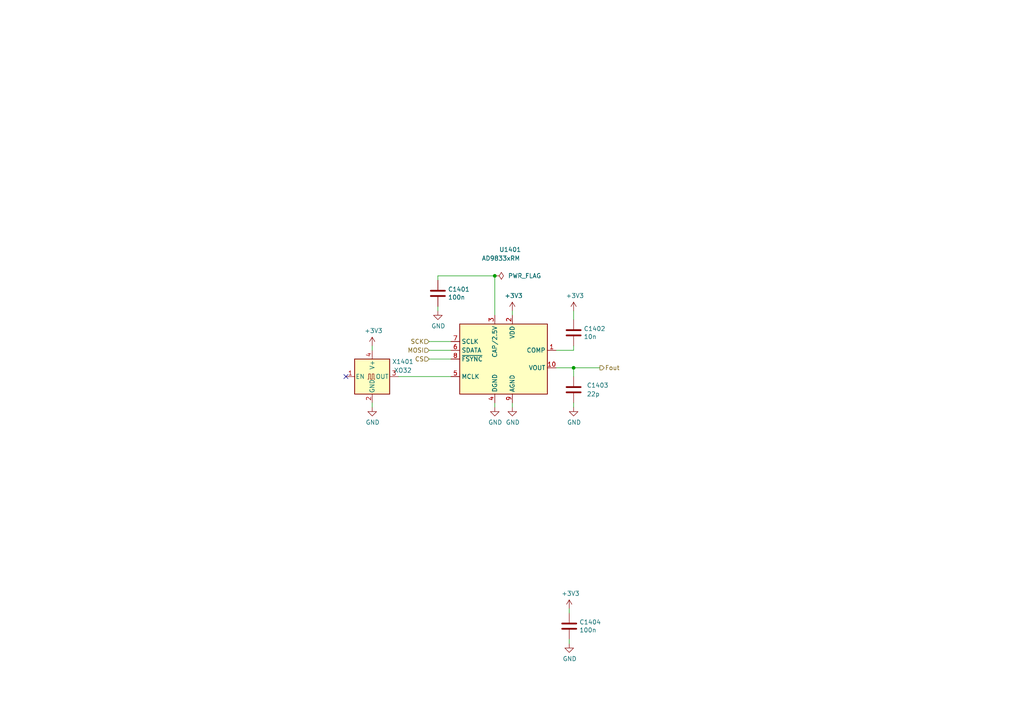
<source format=kicad_sch>
(kicad_sch (version 20211123) (generator eeschema)

  (uuid ec13b96e-bc69-4de2-80ef-a515cc44afb5)

  (paper "A4")

  (lib_symbols
    (symbol "Device:C" (pin_numbers hide) (pin_names (offset 0.254)) (in_bom yes) (on_board yes)
      (property "Reference" "C" (id 0) (at 0.635 2.54 0)
        (effects (font (size 1.27 1.27)) (justify left))
      )
      (property "Value" "C" (id 1) (at 0.635 -2.54 0)
        (effects (font (size 1.27 1.27)) (justify left))
      )
      (property "Footprint" "" (id 2) (at 0.9652 -3.81 0)
        (effects (font (size 1.27 1.27)) hide)
      )
      (property "Datasheet" "~" (id 3) (at 0 0 0)
        (effects (font (size 1.27 1.27)) hide)
      )
      (property "ki_keywords" "cap capacitor" (id 4) (at 0 0 0)
        (effects (font (size 1.27 1.27)) hide)
      )
      (property "ki_description" "Unpolarized capacitor" (id 5) (at 0 0 0)
        (effects (font (size 1.27 1.27)) hide)
      )
      (property "ki_fp_filters" "C_*" (id 6) (at 0 0 0)
        (effects (font (size 1.27 1.27)) hide)
      )
      (symbol "C_0_1"
        (polyline
          (pts
            (xy -2.032 -0.762)
            (xy 2.032 -0.762)
          )
          (stroke (width 0.508) (type default) (color 0 0 0 0))
          (fill (type none))
        )
        (polyline
          (pts
            (xy -2.032 0.762)
            (xy 2.032 0.762)
          )
          (stroke (width 0.508) (type default) (color 0 0 0 0))
          (fill (type none))
        )
      )
      (symbol "C_1_1"
        (pin passive line (at 0 3.81 270) (length 2.794)
          (name "~" (effects (font (size 1.27 1.27))))
          (number "1" (effects (font (size 1.27 1.27))))
        )
        (pin passive line (at 0 -3.81 90) (length 2.794)
          (name "~" (effects (font (size 1.27 1.27))))
          (number "2" (effects (font (size 1.27 1.27))))
        )
      )
    )
    (symbol "Interface:AD9833xRM" (in_bom yes) (on_board yes)
      (property "Reference" "U" (id 0) (at -12.7 11.43 0)
        (effects (font (size 1.27 1.27)) (justify left))
      )
      (property "Value" "AD9833xRM" (id 1) (at 5.08 11.43 0)
        (effects (font (size 1.27 1.27)) (justify left))
      )
      (property "Footprint" "Package_SO:MSOP-10_3x3mm_P0.5mm" (id 2) (at 0 -15.24 0)
        (effects (font (size 1.27 1.27)) hide)
      )
      (property "Datasheet" "https://www.analog.com/media/en/technical-documentation/data-sheets/ad9833.pdf" (id 3) (at -1.27 7.62 0)
        (effects (font (size 1.27 1.27)) hide)
      )
      (property "ki_keywords" "Direct Digital Synthesizer DDS" (id 4) (at 0 0 0)
        (effects (font (size 1.27 1.27)) hide)
      )
      (property "ki_description" "10 bit 25 MHz Programmable Waveform Generator, 2.3V to 5.5V, 12.65mW, MSOP-10" (id 5) (at 0 0 0)
        (effects (font (size 1.27 1.27)) hide)
      )
      (property "ki_fp_filters" "MSOP*3x3mm*P0.5mm*" (id 6) (at 0 0 0)
        (effects (font (size 1.27 1.27)) hide)
      )
      (symbol "AD9833xRM_0_1"
        (rectangle (start -12.7 10.16) (end 12.7 -10.16)
          (stroke (width 0.254) (type default) (color 0 0 0 0))
          (fill (type background))
        )
      )
      (symbol "AD9833xRM_1_1"
        (pin passive line (at 15.24 2.54 180) (length 2.54)
          (name "COMP" (effects (font (size 1.27 1.27))))
          (number "1" (effects (font (size 1.27 1.27))))
        )
        (pin output line (at 15.24 -2.54 180) (length 2.54)
          (name "VOUT" (effects (font (size 1.27 1.27))))
          (number "10" (effects (font (size 1.27 1.27))))
        )
        (pin power_in line (at 2.54 12.7 270) (length 2.54)
          (name "VDD" (effects (font (size 1.27 1.27))))
          (number "2" (effects (font (size 1.27 1.27))))
        )
        (pin power_in line (at -2.54 12.7 270) (length 2.54)
          (name "CAP/2.5V" (effects (font (size 1.27 1.27))))
          (number "3" (effects (font (size 1.27 1.27))))
        )
        (pin power_in line (at -2.54 -12.7 90) (length 2.54)
          (name "DGND" (effects (font (size 1.27 1.27))))
          (number "4" (effects (font (size 1.27 1.27))))
        )
        (pin input line (at -15.24 -5.08 0) (length 2.54)
          (name "MCLK" (effects (font (size 1.27 1.27))))
          (number "5" (effects (font (size 1.27 1.27))))
        )
        (pin input line (at -15.24 2.54 0) (length 2.54)
          (name "SDATA" (effects (font (size 1.27 1.27))))
          (number "6" (effects (font (size 1.27 1.27))))
        )
        (pin input line (at -15.24 5.08 0) (length 2.54)
          (name "SCLK" (effects (font (size 1.27 1.27))))
          (number "7" (effects (font (size 1.27 1.27))))
        )
        (pin input line (at -15.24 0 0) (length 2.54)
          (name "~{FSYNC}" (effects (font (size 1.27 1.27))))
          (number "8" (effects (font (size 1.27 1.27))))
        )
        (pin power_in line (at 2.54 -12.7 90) (length 2.54)
          (name "AGND" (effects (font (size 1.27 1.27))))
          (number "9" (effects (font (size 1.27 1.27))))
        )
      )
    )
    (symbol "Oscillator:XO32" (pin_names (offset 0.254)) (in_bom yes) (on_board yes)
      (property "Reference" "X" (id 0) (at -5.08 6.35 0)
        (effects (font (size 1.27 1.27)) (justify left))
      )
      (property "Value" "XO32" (id 1) (at 1.27 -6.35 0)
        (effects (font (size 1.27 1.27)) (justify left))
      )
      (property "Footprint" "Oscillator:Oscillator_SMD_EuroQuartz_XO32-4Pin_3.2x2.5mm" (id 2) (at 17.78 -8.89 0)
        (effects (font (size 1.27 1.27)) hide)
      )
      (property "Datasheet" "http://cdn-reichelt.de/documents/datenblatt/B400/XO32.pdf" (id 3) (at -2.54 0 0)
        (effects (font (size 1.27 1.27)) hide)
      )
      (property "ki_keywords" "Crystal Clock Oscillator" (id 4) (at 0 0 0)
        (effects (font (size 1.27 1.27)) hide)
      )
      (property "ki_description" "HCMOS Clock Oscillator" (id 5) (at 0 0 0)
        (effects (font (size 1.27 1.27)) hide)
      )
      (property "ki_fp_filters" "Oscillator*SMD*EuroQuartz*XO32*3.2x2.5mm*" (id 6) (at 0 0 0)
        (effects (font (size 1.27 1.27)) hide)
      )
      (symbol "XO32_0_1"
        (rectangle (start -5.08 5.08) (end 5.08 -5.08)
          (stroke (width 0.254) (type default) (color 0 0 0 0))
          (fill (type background))
        )
        (polyline
          (pts
            (xy -1.27 -0.762)
            (xy -1.016 -0.762)
            (xy -1.016 0.762)
            (xy -0.508 0.762)
            (xy -0.508 -0.762)
            (xy 0 -0.762)
            (xy 0 0.762)
            (xy 0.508 0.762)
            (xy 0.508 -0.762)
            (xy 0.762 -0.762)
          )
          (stroke (width 0) (type default) (color 0 0 0 0))
          (fill (type none))
        )
      )
      (symbol "XO32_1_1"
        (pin input line (at -7.62 0 0) (length 2.54)
          (name "EN" (effects (font (size 1.27 1.27))))
          (number "1" (effects (font (size 1.27 1.27))))
        )
        (pin power_in line (at 0 -7.62 90) (length 2.54)
          (name "GND" (effects (font (size 1.27 1.27))))
          (number "2" (effects (font (size 1.27 1.27))))
        )
        (pin output line (at 7.62 0 180) (length 2.54)
          (name "OUT" (effects (font (size 1.27 1.27))))
          (number "3" (effects (font (size 1.27 1.27))))
        )
        (pin power_in line (at 0 7.62 270) (length 2.54)
          (name "V+" (effects (font (size 1.27 1.27))))
          (number "4" (effects (font (size 1.27 1.27))))
        )
      )
    )
    (symbol "power:+3V3" (power) (pin_names (offset 0)) (in_bom yes) (on_board yes)
      (property "Reference" "#PWR" (id 0) (at 0 -3.81 0)
        (effects (font (size 1.27 1.27)) hide)
      )
      (property "Value" "+3V3" (id 1) (at 0 3.556 0)
        (effects (font (size 1.27 1.27)))
      )
      (property "Footprint" "" (id 2) (at 0 0 0)
        (effects (font (size 1.27 1.27)) hide)
      )
      (property "Datasheet" "" (id 3) (at 0 0 0)
        (effects (font (size 1.27 1.27)) hide)
      )
      (property "ki_keywords" "power-flag" (id 4) (at 0 0 0)
        (effects (font (size 1.27 1.27)) hide)
      )
      (property "ki_description" "Power symbol creates a global label with name \"+3V3\"" (id 5) (at 0 0 0)
        (effects (font (size 1.27 1.27)) hide)
      )
      (symbol "+3V3_0_1"
        (polyline
          (pts
            (xy -0.762 1.27)
            (xy 0 2.54)
          )
          (stroke (width 0) (type default) (color 0 0 0 0))
          (fill (type none))
        )
        (polyline
          (pts
            (xy 0 0)
            (xy 0 2.54)
          )
          (stroke (width 0) (type default) (color 0 0 0 0))
          (fill (type none))
        )
        (polyline
          (pts
            (xy 0 2.54)
            (xy 0.762 1.27)
          )
          (stroke (width 0) (type default) (color 0 0 0 0))
          (fill (type none))
        )
      )
      (symbol "+3V3_1_1"
        (pin power_in line (at 0 0 90) (length 0) hide
          (name "+3V3" (effects (font (size 1.27 1.27))))
          (number "1" (effects (font (size 1.27 1.27))))
        )
      )
    )
    (symbol "power:GND" (power) (pin_names (offset 0)) (in_bom yes) (on_board yes)
      (property "Reference" "#PWR" (id 0) (at 0 -6.35 0)
        (effects (font (size 1.27 1.27)) hide)
      )
      (property "Value" "GND" (id 1) (at 0 -3.81 0)
        (effects (font (size 1.27 1.27)))
      )
      (property "Footprint" "" (id 2) (at 0 0 0)
        (effects (font (size 1.27 1.27)) hide)
      )
      (property "Datasheet" "" (id 3) (at 0 0 0)
        (effects (font (size 1.27 1.27)) hide)
      )
      (property "ki_keywords" "power-flag" (id 4) (at 0 0 0)
        (effects (font (size 1.27 1.27)) hide)
      )
      (property "ki_description" "Power symbol creates a global label with name \"GND\" , ground" (id 5) (at 0 0 0)
        (effects (font (size 1.27 1.27)) hide)
      )
      (symbol "GND_0_1"
        (polyline
          (pts
            (xy 0 0)
            (xy 0 -1.27)
            (xy 1.27 -1.27)
            (xy 0 -2.54)
            (xy -1.27 -1.27)
            (xy 0 -1.27)
          )
          (stroke (width 0) (type default) (color 0 0 0 0))
          (fill (type none))
        )
      )
      (symbol "GND_1_1"
        (pin power_in line (at 0 0 270) (length 0) hide
          (name "GND" (effects (font (size 1.27 1.27))))
          (number "1" (effects (font (size 1.27 1.27))))
        )
      )
    )
    (symbol "power:PWR_FLAG" (power) (pin_numbers hide) (pin_names (offset 0) hide) (in_bom yes) (on_board yes)
      (property "Reference" "#FLG" (id 0) (at 0 1.905 0)
        (effects (font (size 1.27 1.27)) hide)
      )
      (property "Value" "PWR_FLAG" (id 1) (at 0 3.81 0)
        (effects (font (size 1.27 1.27)))
      )
      (property "Footprint" "" (id 2) (at 0 0 0)
        (effects (font (size 1.27 1.27)) hide)
      )
      (property "Datasheet" "~" (id 3) (at 0 0 0)
        (effects (font (size 1.27 1.27)) hide)
      )
      (property "ki_keywords" "power-flag" (id 4) (at 0 0 0)
        (effects (font (size 1.27 1.27)) hide)
      )
      (property "ki_description" "Special symbol for telling ERC where power comes from" (id 5) (at 0 0 0)
        (effects (font (size 1.27 1.27)) hide)
      )
      (symbol "PWR_FLAG_0_0"
        (pin power_out line (at 0 0 90) (length 0)
          (name "pwr" (effects (font (size 1.27 1.27))))
          (number "1" (effects (font (size 1.27 1.27))))
        )
      )
      (symbol "PWR_FLAG_0_1"
        (polyline
          (pts
            (xy 0 0)
            (xy 0 1.27)
            (xy -1.016 1.905)
            (xy 0 2.54)
            (xy 1.016 1.905)
            (xy 0 1.27)
          )
          (stroke (width 0) (type default) (color 0 0 0 0))
          (fill (type none))
        )
      )
    )
  )

  (junction (at 143.51 80.01) (diameter 0) (color 0 0 0 0)
    (uuid b6103b56-f3ac-46c4-87e3-e5e6b9a92478)
  )
  (junction (at 166.37 106.68) (diameter 0) (color 0 0 0 0)
    (uuid be4ec7b3-3e4a-4bfd-a48c-e2de893649a3)
  )

  (no_connect (at 100.33 109.22) (uuid 14c00dc6-16e9-49d0-9695-77e0e13caf92))

  (wire (pts (xy 143.51 118.11) (xy 143.51 116.84))
    (stroke (width 0) (type default) (color 0 0 0 0))
    (uuid 0674c5a1-ca4b-4b6b-aa60-3847e1a37d52)
  )
  (wire (pts (xy 127 80.01) (xy 127 81.28))
    (stroke (width 0) (type default) (color 0 0 0 0))
    (uuid 06b6db7e-5210-41ec-a47b-0127ebbe0786)
  )
  (wire (pts (xy 166.37 118.11) (xy 166.37 116.84))
    (stroke (width 0) (type default) (color 0 0 0 0))
    (uuid 08031ae4-af0d-4d7c-be25-8980b8708d50)
  )
  (wire (pts (xy 124.46 104.14) (xy 130.81 104.14))
    (stroke (width 0) (type default) (color 0 0 0 0))
    (uuid 0df798c0-963e-4340-a737-18e50763521e)
  )
  (wire (pts (xy 166.37 106.68) (xy 166.37 109.22))
    (stroke (width 0) (type default) (color 0 0 0 0))
    (uuid 17f302ce-52d2-4af9-8a86-a079359e55bf)
  )
  (wire (pts (xy 148.59 116.84) (xy 148.59 118.11))
    (stroke (width 0) (type default) (color 0 0 0 0))
    (uuid 1a85ffd6-ef8b-418f-990e-456d1ffab00e)
  )
  (wire (pts (xy 124.46 101.6) (xy 130.81 101.6))
    (stroke (width 0) (type default) (color 0 0 0 0))
    (uuid 1d6518e1-cfe9-4078-adc2-cf8e6477b5cb)
  )
  (wire (pts (xy 161.29 101.6) (xy 166.37 101.6))
    (stroke (width 0) (type default) (color 0 0 0 0))
    (uuid 5ef603f2-8407-4088-9f29-0b64dd4b046f)
  )
  (wire (pts (xy 161.29 106.68) (xy 166.37 106.68))
    (stroke (width 0) (type default) (color 0 0 0 0))
    (uuid 6d646c30-feab-4e3e-adf0-5427b73b5f08)
  )
  (wire (pts (xy 143.51 80.01) (xy 127 80.01))
    (stroke (width 0) (type default) (color 0 0 0 0))
    (uuid 6ee71a3c-fedb-4cc6-a3c6-f3d6f3ac6767)
  )
  (wire (pts (xy 143.51 91.44) (xy 143.51 80.01))
    (stroke (width 0) (type default) (color 0 0 0 0))
    (uuid 741879e3-3045-40c7-849d-7f437c35ee91)
  )
  (wire (pts (xy 115.57 109.22) (xy 130.81 109.22))
    (stroke (width 0) (type default) (color 0 0 0 0))
    (uuid 76f76b87-533e-413c-a586-461176f743fa)
  )
  (wire (pts (xy 165.1 177.8) (xy 165.1 176.53))
    (stroke (width 0) (type default) (color 0 0 0 0))
    (uuid 90337a8b-a8c5-48e1-ad0f-b0e67716fe3c)
  )
  (wire (pts (xy 127 90.17) (xy 127 88.9))
    (stroke (width 0) (type default) (color 0 0 0 0))
    (uuid ac81fb15-6f1a-451b-a962-fb87ffd26f6b)
  )
  (wire (pts (xy 107.95 118.11) (xy 107.95 116.84))
    (stroke (width 0) (type default) (color 0 0 0 0))
    (uuid b13e84a7-3e78-4a26-a66c-5ae43d6ff73a)
  )
  (wire (pts (xy 165.1 186.69) (xy 165.1 185.42))
    (stroke (width 0) (type default) (color 0 0 0 0))
    (uuid b4afdd30-7a78-4cd8-8670-bb6dd787dcdc)
  )
  (wire (pts (xy 107.95 101.6) (xy 107.95 100.33))
    (stroke (width 0) (type default) (color 0 0 0 0))
    (uuid b8157ea8-0616-46f9-80fe-3d3825a639ba)
  )
  (wire (pts (xy 148.59 91.44) (xy 148.59 90.17))
    (stroke (width 0) (type default) (color 0 0 0 0))
    (uuid bce25bd3-0fe5-4c8f-bd6c-39e2d62ee70a)
  )
  (wire (pts (xy 124.46 99.06) (xy 130.81 99.06))
    (stroke (width 0) (type default) (color 0 0 0 0))
    (uuid cf45f134-35c0-4b31-91e7-048e45f34bf8)
  )
  (wire (pts (xy 166.37 101.6) (xy 166.37 100.33))
    (stroke (width 0) (type default) (color 0 0 0 0))
    (uuid dd4f23cd-8f89-457c-8b93-3828f8c20a8d)
  )
  (wire (pts (xy 166.37 90.17) (xy 166.37 92.71))
    (stroke (width 0) (type default) (color 0 0 0 0))
    (uuid e4d60aa0-829b-452e-a0b4-f0b282cbe2f3)
  )
  (wire (pts (xy 166.37 106.68) (xy 173.99 106.68))
    (stroke (width 0) (type default) (color 0 0 0 0))
    (uuid f42bf787-55e8-4878-8b57-57bfa28e5b9b)
  )

  (hierarchical_label "MOSI" (shape input) (at 124.46 101.6 180)
    (effects (font (size 1.27 1.27)) (justify right))
    (uuid 39614f9f-2df5-492b-a093-45b7a48e295d)
  )
  (hierarchical_label "SCK" (shape input) (at 124.46 99.06 180)
    (effects (font (size 1.27 1.27)) (justify right))
    (uuid 3f9f133b-59b8-4791-b0ab-6fa861da9e3f)
  )
  (hierarchical_label "CS" (shape input) (at 124.46 104.14 180)
    (effects (font (size 1.27 1.27)) (justify right))
    (uuid 85621d90-361e-49b6-9449-b54a16cce021)
  )
  (hierarchical_label "Fout" (shape output) (at 173.99 106.68 0)
    (effects (font (size 1.27 1.27)) (justify left))
    (uuid cc5561df-9d20-4574-af60-64f10025a0ed)
  )

  (symbol (lib_id "Interface:AD9833xRM") (at 146.05 104.14 0) (unit 1)
    (in_bom yes) (on_board yes)
    (uuid 00000000-0000-0000-0000-0000616ee280)
    (property "Reference" "U1401" (id 0) (at 144.78 72.39 0)
      (effects (font (size 1.27 1.27)) (justify left))
    )
    (property "Value" "AD9833xRM" (id 1) (at 139.7 74.93 0)
      (effects (font (size 1.27 1.27)) (justify left))
    )
    (property "Footprint" "Package_SO:MSOP-10_3x3mm_P0.5mm" (id 2) (at 146.05 119.38 0)
      (effects (font (size 1.27 1.27)) hide)
    )
    (property "Datasheet" "https://www.analog.com/media/en/technical-documentation/data-sheets/ad9833.pdf" (id 3) (at 144.78 96.52 0)
      (effects (font (size 1.27 1.27)) hide)
    )
    (property "LCSC" "C9652" (id 4) (at 146.05 104.14 0)
      (effects (font (size 1.27 1.27)) hide)
    )
    (pin "1" (uuid 75246adc-07c9-4c81-a76a-0ede966f2940))
    (pin "10" (uuid 1229bf56-b584-4e95-aa9a-dbe36de0722e))
    (pin "2" (uuid 7fd4f50f-856a-428f-bdf0-048fe019f69f))
    (pin "3" (uuid 14357e0d-6a91-44fb-85bf-d61efd2512a6))
    (pin "4" (uuid 1f726c2e-725f-46ff-86a3-f31a800ced2a))
    (pin "5" (uuid 38730f51-53da-4aef-9d28-3642fdefba05))
    (pin "6" (uuid e66e50c9-3dcd-47c3-bc5a-a6ed689d20a5))
    (pin "7" (uuid 56122521-3401-486c-a657-2e5e67ca7aa9))
    (pin "8" (uuid d6412550-43c8-4f65-9cde-891803e0dfc5))
    (pin "9" (uuid 4df70426-31f8-4073-90b6-7f7fd27f4282))
  )

  (symbol (lib_id "power:+3V3") (at 148.59 90.17 0) (unit 1)
    (in_bom yes) (on_board yes)
    (uuid 00000000-0000-0000-0000-0000616eef55)
    (property "Reference" "#PWR01402" (id 0) (at 148.59 93.98 0)
      (effects (font (size 1.27 1.27)) hide)
    )
    (property "Value" "+3V3" (id 1) (at 148.971 85.7758 0))
    (property "Footprint" "" (id 2) (at 148.59 90.17 0)
      (effects (font (size 1.27 1.27)) hide)
    )
    (property "Datasheet" "" (id 3) (at 148.59 90.17 0)
      (effects (font (size 1.27 1.27)) hide)
    )
    (pin "1" (uuid 5074a212-97ec-445b-8d21-a01e2dd0100b))
  )

  (symbol (lib_id "power:GND") (at 143.51 118.11 0) (unit 1)
    (in_bom yes) (on_board yes)
    (uuid 00000000-0000-0000-0000-0000616efad5)
    (property "Reference" "#PWR01406" (id 0) (at 143.51 124.46 0)
      (effects (font (size 1.27 1.27)) hide)
    )
    (property "Value" "GND" (id 1) (at 143.637 122.5042 0))
    (property "Footprint" "" (id 2) (at 143.51 118.11 0)
      (effects (font (size 1.27 1.27)) hide)
    )
    (property "Datasheet" "" (id 3) (at 143.51 118.11 0)
      (effects (font (size 1.27 1.27)) hide)
    )
    (pin "1" (uuid 5623130f-7872-4bd0-b184-af6820834252))
  )

  (symbol (lib_id "Device:C") (at 127 85.09 0) (unit 1)
    (in_bom yes) (on_board yes)
    (uuid 00000000-0000-0000-0000-0000616f0786)
    (property "Reference" "C1401" (id 0) (at 129.921 83.9216 0)
      (effects (font (size 1.27 1.27)) (justify left))
    )
    (property "Value" "100n" (id 1) (at 129.921 86.233 0)
      (effects (font (size 1.27 1.27)) (justify left))
    )
    (property "Footprint" "Capacitor_SMD:C_0603_1608Metric" (id 2) (at 127.9652 88.9 0)
      (effects (font (size 1.27 1.27)) hide)
    )
    (property "Datasheet" "~" (id 3) (at 127 85.09 0)
      (effects (font (size 1.27 1.27)) hide)
    )
    (pin "1" (uuid 1c2672ec-35ab-40e9-b4b2-11e2b5051a3f))
    (pin "2" (uuid bab6ae73-2bfc-4f02-9c3b-e37726018970))
  )

  (symbol (lib_id "power:GND") (at 148.59 118.11 0) (unit 1)
    (in_bom yes) (on_board yes)
    (uuid 00000000-0000-0000-0000-0000616f2855)
    (property "Reference" "#PWR01407" (id 0) (at 148.59 124.46 0)
      (effects (font (size 1.27 1.27)) hide)
    )
    (property "Value" "GND" (id 1) (at 148.717 122.5042 0))
    (property "Footprint" "" (id 2) (at 148.59 118.11 0)
      (effects (font (size 1.27 1.27)) hide)
    )
    (property "Datasheet" "" (id 3) (at 148.59 118.11 0)
      (effects (font (size 1.27 1.27)) hide)
    )
    (pin "1" (uuid fdfb822a-0be9-4fd8-b361-a7899867f40d))
  )

  (symbol (lib_id "Device:C") (at 166.37 96.52 0) (unit 1)
    (in_bom yes) (on_board yes)
    (uuid 00000000-0000-0000-0000-0000616f3016)
    (property "Reference" "C1402" (id 0) (at 169.291 95.3516 0)
      (effects (font (size 1.27 1.27)) (justify left))
    )
    (property "Value" "10n" (id 1) (at 169.291 97.663 0)
      (effects (font (size 1.27 1.27)) (justify left))
    )
    (property "Footprint" "Capacitor_SMD:C_0603_1608Metric" (id 2) (at 167.3352 100.33 0)
      (effects (font (size 1.27 1.27)) hide)
    )
    (property "Datasheet" "~" (id 3) (at 166.37 96.52 0)
      (effects (font (size 1.27 1.27)) hide)
    )
    (pin "1" (uuid 503de51d-204a-4c5e-a689-908886b9e9c4))
    (pin "2" (uuid 75243f9d-ee15-48bd-8237-fce7768f5904))
  )

  (symbol (lib_id "power:GND") (at 127 90.17 0) (unit 1)
    (in_bom yes) (on_board yes)
    (uuid 00000000-0000-0000-0000-0000616f4685)
    (property "Reference" "#PWR01401" (id 0) (at 127 96.52 0)
      (effects (font (size 1.27 1.27)) hide)
    )
    (property "Value" "GND" (id 1) (at 127.127 94.5642 0))
    (property "Footprint" "" (id 2) (at 127 90.17 0)
      (effects (font (size 1.27 1.27)) hide)
    )
    (property "Datasheet" "" (id 3) (at 127 90.17 0)
      (effects (font (size 1.27 1.27)) hide)
    )
    (pin "1" (uuid 78f374f0-418e-43ee-85cf-f201a172642e))
  )

  (symbol (lib_id "power:+3V3") (at 166.37 90.17 0) (unit 1)
    (in_bom yes) (on_board yes)
    (uuid 00000000-0000-0000-0000-0000616f4f22)
    (property "Reference" "#PWR01403" (id 0) (at 166.37 93.98 0)
      (effects (font (size 1.27 1.27)) hide)
    )
    (property "Value" "+3V3" (id 1) (at 166.751 85.7758 0))
    (property "Footprint" "" (id 2) (at 166.37 90.17 0)
      (effects (font (size 1.27 1.27)) hide)
    )
    (property "Datasheet" "" (id 3) (at 166.37 90.17 0)
      (effects (font (size 1.27 1.27)) hide)
    )
    (pin "1" (uuid db95e4be-f893-49ea-8e7d-08c4a090bea9))
  )

  (symbol (lib_id "Device:C") (at 165.1 181.61 0) (unit 1)
    (in_bom yes) (on_board yes)
    (uuid 00000000-0000-0000-0000-0000616fb612)
    (property "Reference" "C1404" (id 0) (at 168.021 180.4416 0)
      (effects (font (size 1.27 1.27)) (justify left))
    )
    (property "Value" "100n" (id 1) (at 168.021 182.753 0)
      (effects (font (size 1.27 1.27)) (justify left))
    )
    (property "Footprint" "Capacitor_SMD:C_0603_1608Metric" (id 2) (at 166.0652 185.42 0)
      (effects (font (size 1.27 1.27)) hide)
    )
    (property "Datasheet" "~" (id 3) (at 165.1 181.61 0)
      (effects (font (size 1.27 1.27)) hide)
    )
    (pin "1" (uuid 08d7bb57-05b9-46c1-bd04-f433bd171cbd))
    (pin "2" (uuid 725f7d01-38c4-4798-a9e5-547e4c0fa8b1))
  )

  (symbol (lib_id "power:GND") (at 165.1 186.69 0) (unit 1)
    (in_bom yes) (on_board yes)
    (uuid 00000000-0000-0000-0000-0000616fb618)
    (property "Reference" "#PWR01410" (id 0) (at 165.1 193.04 0)
      (effects (font (size 1.27 1.27)) hide)
    )
    (property "Value" "GND" (id 1) (at 165.227 191.0842 0))
    (property "Footprint" "" (id 2) (at 165.1 186.69 0)
      (effects (font (size 1.27 1.27)) hide)
    )
    (property "Datasheet" "" (id 3) (at 165.1 186.69 0)
      (effects (font (size 1.27 1.27)) hide)
    )
    (pin "1" (uuid c3850235-330e-40aa-a902-9387d653a3fc))
  )

  (symbol (lib_id "power:+3V3") (at 165.1 176.53 0) (unit 1)
    (in_bom yes) (on_board yes)
    (uuid 00000000-0000-0000-0000-0000616fbb7b)
    (property "Reference" "#PWR01409" (id 0) (at 165.1 180.34 0)
      (effects (font (size 1.27 1.27)) hide)
    )
    (property "Value" "+3V3" (id 1) (at 165.481 172.1358 0))
    (property "Footprint" "" (id 2) (at 165.1 176.53 0)
      (effects (font (size 1.27 1.27)) hide)
    )
    (property "Datasheet" "" (id 3) (at 165.1 176.53 0)
      (effects (font (size 1.27 1.27)) hide)
    )
    (pin "1" (uuid 763c0b13-3d82-4336-a6ba-388b4fc35bd7))
  )

  (symbol (lib_id "Device:C") (at 166.37 113.03 0) (unit 1)
    (in_bom yes) (on_board yes) (fields_autoplaced)
    (uuid 0716e9e9-2125-43ec-b0fd-7916b4f30d9e)
    (property "Reference" "C1403" (id 0) (at 170.18 111.7599 0)
      (effects (font (size 1.27 1.27)) (justify left))
    )
    (property "Value" "22p" (id 1) (at 170.18 114.2999 0)
      (effects (font (size 1.27 1.27)) (justify left))
    )
    (property "Footprint" "Capacitor_SMD:C_0603_1608Metric" (id 2) (at 167.3352 116.84 0)
      (effects (font (size 1.27 1.27)) hide)
    )
    (property "Datasheet" "~" (id 3) (at 166.37 113.03 0)
      (effects (font (size 1.27 1.27)) hide)
    )
    (pin "1" (uuid 6041515d-d551-4724-b9d0-e8c542b926c4))
    (pin "2" (uuid ce7f8d98-d459-4289-80e8-ace29a38c032))
  )

  (symbol (lib_id "power:+3V3") (at 107.95 100.33 0) (unit 1)
    (in_bom yes) (on_board yes)
    (uuid 0826fbaa-38ad-4b46-9f6c-d17b168f90bf)
    (property "Reference" "#PWR01404" (id 0) (at 107.95 104.14 0)
      (effects (font (size 1.27 1.27)) hide)
    )
    (property "Value" "+3V3" (id 1) (at 108.331 95.9358 0))
    (property "Footprint" "" (id 2) (at 107.95 100.33 0)
      (effects (font (size 1.27 1.27)) hide)
    )
    (property "Datasheet" "" (id 3) (at 107.95 100.33 0)
      (effects (font (size 1.27 1.27)) hide)
    )
    (pin "1" (uuid 2deafb5c-41b3-4fc7-8b8a-9e8e1308f503))
  )

  (symbol (lib_id "power:GND") (at 166.37 118.11 0) (unit 1)
    (in_bom yes) (on_board yes)
    (uuid 2238b791-7f07-4cef-a9f9-61dcd891ed05)
    (property "Reference" "#PWR01408" (id 0) (at 166.37 124.46 0)
      (effects (font (size 1.27 1.27)) hide)
    )
    (property "Value" "GND" (id 1) (at 166.497 122.5042 0))
    (property "Footprint" "" (id 2) (at 166.37 118.11 0)
      (effects (font (size 1.27 1.27)) hide)
    )
    (property "Datasheet" "" (id 3) (at 166.37 118.11 0)
      (effects (font (size 1.27 1.27)) hide)
    )
    (pin "1" (uuid e3c86311-8520-4e38-84f4-0529cc0de107))
  )

  (symbol (lib_id "power:PWR_FLAG") (at 143.51 80.01 270) (unit 1)
    (in_bom yes) (on_board yes) (fields_autoplaced)
    (uuid 996936b0-f299-4cda-8edf-0cf5bfa49a6d)
    (property "Reference" "#FLG01401" (id 0) (at 145.415 80.01 0)
      (effects (font (size 1.27 1.27)) hide)
    )
    (property "Value" "PWR_FLAG" (id 1) (at 147.32 80.0099 90)
      (effects (font (size 1.27 1.27)) (justify left))
    )
    (property "Footprint" "" (id 2) (at 143.51 80.01 0)
      (effects (font (size 1.27 1.27)) hide)
    )
    (property "Datasheet" "~" (id 3) (at 143.51 80.01 0)
      (effects (font (size 1.27 1.27)) hide)
    )
    (pin "1" (uuid a25631b1-0cf1-4922-a99b-7e862537ab3e))
  )

  (symbol (lib_id "Oscillator:XO32") (at 107.95 109.22 0) (unit 1)
    (in_bom yes) (on_board yes) (fields_autoplaced)
    (uuid ccbd33be-3c88-482a-b8fb-297258e33891)
    (property "Reference" "X1401" (id 0) (at 116.84 104.8893 0))
    (property "Value" "XO32" (id 1) (at 116.84 107.4293 0))
    (property "Footprint" "Oscillator:Oscillator_SMD_EuroQuartz_XO32-4Pin_3.2x2.5mm_HandSoldering" (id 2) (at 125.73 118.11 0)
      (effects (font (size 1.27 1.27)) hide)
    )
    (property "Datasheet" "http://cdn-reichelt.de/documents/datenblatt/B400/XO32.pdf" (id 3) (at 105.41 109.22 0)
      (effects (font (size 1.27 1.27)) hide)
    )
    (pin "1" (uuid bb4223e5-7943-457d-abd1-dad2f7f04e81))
    (pin "2" (uuid 17938be0-a7c4-47e7-80f5-451eee636119))
    (pin "3" (uuid b0b4c496-16ea-4efb-9041-d214429c0683))
    (pin "4" (uuid 84d4da5a-7992-440f-a341-52286ffea62a))
  )

  (symbol (lib_id "power:GND") (at 107.95 118.11 0) (unit 1)
    (in_bom yes) (on_board yes)
    (uuid eafceed2-c867-4483-b433-394e6317d1ea)
    (property "Reference" "#PWR01405" (id 0) (at 107.95 124.46 0)
      (effects (font (size 1.27 1.27)) hide)
    )
    (property "Value" "GND" (id 1) (at 108.077 122.5042 0))
    (property "Footprint" "" (id 2) (at 107.95 118.11 0)
      (effects (font (size 1.27 1.27)) hide)
    )
    (property "Datasheet" "" (id 3) (at 107.95 118.11 0)
      (effects (font (size 1.27 1.27)) hide)
    )
    (pin "1" (uuid e56a9650-57cc-4526-bb30-83a0d85de8d3))
  )
)

</source>
